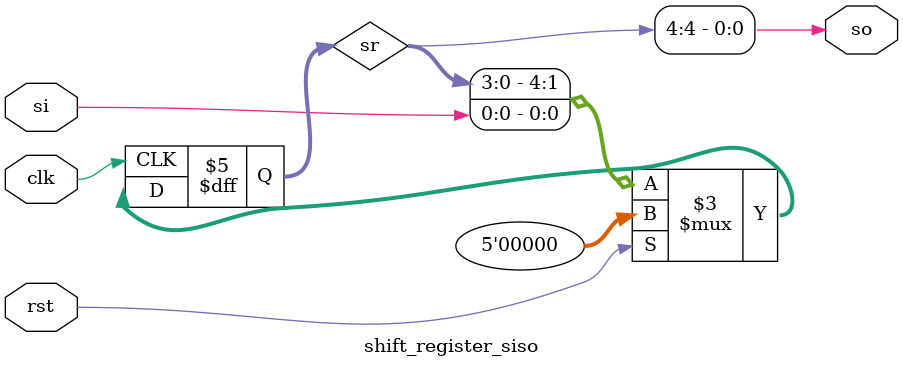
<source format=v>
`timescale 1ns / 1ps


module shift_register_siso(so, clk, rst, si);
input clk, rst, si;
output so;
reg [4:0]sr;
      always@(posedge clk)
       if(rst)
         sr <= 5'b00000;
       else
         sr <= {sr[3:0], si};
         
       assign so = sr[4];
endmodule
</source>
